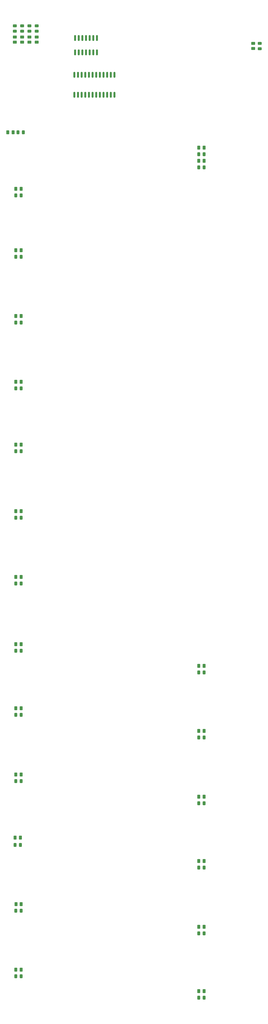
<source format=gbr>
%TF.GenerationSoftware,KiCad,Pcbnew,(6.0.0-0)*%
%TF.CreationDate,2022-10-19T22:30:35-04:00*%
%TF.ProjectId,cpu-input-output-control,6370752d-696e-4707-9574-2d6f75747075,rev?*%
%TF.SameCoordinates,Original*%
%TF.FileFunction,Paste,Top*%
%TF.FilePolarity,Positive*%
%FSLAX46Y46*%
G04 Gerber Fmt 4.6, Leading zero omitted, Abs format (unit mm)*
G04 Created by KiCad (PCBNEW (6.0.0-0)) date 2022-10-19 22:30:35*
%MOMM*%
%LPD*%
G01*
G04 APERTURE LIST*
G04 Aperture macros list*
%AMRoundRect*
0 Rectangle with rounded corners*
0 $1 Rounding radius*
0 $2 $3 $4 $5 $6 $7 $8 $9 X,Y pos of 4 corners*
0 Add a 4 corners polygon primitive as box body*
4,1,4,$2,$3,$4,$5,$6,$7,$8,$9,$2,$3,0*
0 Add four circle primitives for the rounded corners*
1,1,$1+$1,$2,$3*
1,1,$1+$1,$4,$5*
1,1,$1+$1,$6,$7*
1,1,$1+$1,$8,$9*
0 Add four rect primitives between the rounded corners*
20,1,$1+$1,$2,$3,$4,$5,0*
20,1,$1+$1,$4,$5,$6,$7,0*
20,1,$1+$1,$6,$7,$8,$9,0*
20,1,$1+$1,$8,$9,$2,$3,0*%
G04 Aperture macros list end*
%ADD10RoundRect,0.150000X0.150000X-0.825000X0.150000X0.825000X-0.150000X0.825000X-0.150000X-0.825000X0*%
%ADD11RoundRect,0.243750X-0.243750X-0.456250X0.243750X-0.456250X0.243750X0.456250X-0.243750X0.456250X0*%
%ADD12RoundRect,0.250000X-0.262500X-0.450000X0.262500X-0.450000X0.262500X0.450000X-0.262500X0.450000X0*%
%ADD13RoundRect,0.250000X0.262500X0.450000X-0.262500X0.450000X-0.262500X-0.450000X0.262500X-0.450000X0*%
%ADD14RoundRect,0.243750X0.456250X-0.243750X0.456250X0.243750X-0.456250X0.243750X-0.456250X-0.243750X0*%
%ADD15RoundRect,0.250000X-0.450000X0.262500X-0.450000X-0.262500X0.450000X-0.262500X0.450000X0.262500X0*%
%ADD16RoundRect,0.250000X0.450000X-0.262500X0.450000X0.262500X-0.450000X0.262500X-0.450000X-0.262500X0*%
%ADD17RoundRect,0.150000X0.150000X-0.837500X0.150000X0.837500X-0.150000X0.837500X-0.150000X-0.837500X0*%
G04 APERTURE END LIST*
D10*
%TO.C,U1*%
X80772000Y-64581000D03*
X82042000Y-64581000D03*
X83312000Y-64581000D03*
X84582000Y-64581000D03*
X85852000Y-64581000D03*
X87122000Y-64581000D03*
X88392000Y-64581000D03*
X88392000Y-69531000D03*
X87122000Y-69531000D03*
X85852000Y-69531000D03*
X84582000Y-69531000D03*
X83312000Y-69531000D03*
X82042000Y-69531000D03*
X80772000Y-69531000D03*
%TD*%
D11*
%TO.C,D7*%
X123890394Y-375691477D03*
X125765394Y-375691477D03*
%TD*%
D12*
%TO.C,R5*%
X123915394Y-328193477D03*
X125740394Y-328193477D03*
%TD*%
D13*
%TO.C,R14*%
X62001394Y-365531477D03*
X60176394Y-365531477D03*
%TD*%
%TO.C,R19*%
X61966394Y-275190977D03*
X60141394Y-275190977D03*
%TD*%
D14*
%TO.C,D12*%
X67423894Y-62176977D03*
X67423894Y-60301977D03*
%TD*%
%TO.C,D9*%
X59803894Y-62176977D03*
X59803894Y-60301977D03*
%TD*%
D11*
%TO.C,D1*%
X123890394Y-285013477D03*
X125765394Y-285013477D03*
%TD*%
%TO.C,D3*%
X123890394Y-104927477D03*
X125765394Y-104927477D03*
%TD*%
%TO.C,D19*%
X60101394Y-277476977D03*
X61976394Y-277476977D03*
%TD*%
D14*
%TO.C,D10*%
X62343894Y-62176977D03*
X62343894Y-60301977D03*
%TD*%
D12*
%TO.C,R4*%
X123915394Y-305333477D03*
X125740394Y-305333477D03*
%TD*%
D11*
%TO.C,D20*%
X60096394Y-254160977D03*
X61971394Y-254160977D03*
%TD*%
%TO.C,D22*%
X60121394Y-208186977D03*
X61996394Y-208186977D03*
%TD*%
D13*
%TO.C,R15*%
X61732394Y-342417477D03*
X59907394Y-342417477D03*
%TD*%
%TO.C,R26*%
X61986394Y-117000977D03*
X60161394Y-117000977D03*
%TD*%
D11*
%TO.C,D8*%
X123890394Y-398043477D03*
X125765394Y-398043477D03*
%TD*%
%TO.C,D6*%
X123890394Y-352831477D03*
X125765394Y-352831477D03*
%TD*%
D13*
%TO.C,R18*%
X59192394Y-97307477D03*
X57367394Y-97307477D03*
%TD*%
D15*
%TO.C,R11*%
X64883894Y-64215477D03*
X64883894Y-66040477D03*
%TD*%
D11*
%TO.C,D26*%
X60121394Y-119286977D03*
X61996394Y-119286977D03*
%TD*%
D12*
%TO.C,R8*%
X123915394Y-395757477D03*
X125740394Y-395757477D03*
%TD*%
D11*
%TO.C,D25*%
X60096394Y-140622977D03*
X61971394Y-140622977D03*
%TD*%
%TO.C,D18*%
X60898394Y-97307477D03*
X62773394Y-97307477D03*
%TD*%
%TO.C,D24*%
X60111394Y-163497977D03*
X61986394Y-163497977D03*
%TD*%
D16*
%TO.C,R27*%
X142861894Y-68247977D03*
X142861894Y-66422977D03*
%TD*%
D11*
%TO.C,D21*%
X60121394Y-231248977D03*
X61996394Y-231248977D03*
%TD*%
%TO.C,D16*%
X60121394Y-322765977D03*
X61996394Y-322765977D03*
%TD*%
D13*
%TO.C,R25*%
X61961394Y-138336977D03*
X60136394Y-138336977D03*
%TD*%
D15*
%TO.C,R9*%
X59803894Y-64215477D03*
X59803894Y-66040477D03*
%TD*%
D13*
%TO.C,R3*%
X125740394Y-102641477D03*
X123915394Y-102641477D03*
%TD*%
D11*
%TO.C,D23*%
X60096394Y-186342977D03*
X61971394Y-186342977D03*
%TD*%
D17*
%TO.C,U2*%
X80504894Y-84259977D03*
X81774894Y-84259977D03*
X83044894Y-84259977D03*
X84314894Y-84259977D03*
X85584894Y-84259977D03*
X86854894Y-84259977D03*
X88124894Y-84259977D03*
X89394894Y-84259977D03*
X90664894Y-84259977D03*
X91934894Y-84259977D03*
X93204894Y-84259977D03*
X94474894Y-84259977D03*
X94474894Y-77334977D03*
X93204894Y-77334977D03*
X91934894Y-77334977D03*
X90664894Y-77334977D03*
X89394894Y-77334977D03*
X88124894Y-77334977D03*
X86854894Y-77334977D03*
X85584894Y-77334977D03*
X84314894Y-77334977D03*
X83044894Y-77334977D03*
X81774894Y-77334977D03*
X80504894Y-77334977D03*
%TD*%
D11*
%TO.C,D13*%
X60121394Y-390583977D03*
X61996394Y-390583977D03*
%TD*%
D14*
%TO.C,D27*%
X145147894Y-68272977D03*
X145147894Y-66397977D03*
%TD*%
D11*
%TO.C,D17*%
X60121394Y-299745477D03*
X61996394Y-299745477D03*
%TD*%
%TO.C,D14*%
X60136394Y-367817477D03*
X62011394Y-367817477D03*
%TD*%
D13*
%TO.C,R24*%
X61976394Y-161211977D03*
X60151394Y-161211977D03*
%TD*%
D15*
%TO.C,R10*%
X62343894Y-64215477D03*
X62343894Y-66040477D03*
%TD*%
D13*
%TO.C,R2*%
X125740394Y-107213477D03*
X123915394Y-107213477D03*
%TD*%
D15*
%TO.C,R12*%
X67423894Y-64215477D03*
X67423894Y-66040477D03*
%TD*%
D13*
%TO.C,R22*%
X61986394Y-205900977D03*
X60161394Y-205900977D03*
%TD*%
D12*
%TO.C,R7*%
X123915394Y-373405477D03*
X125740394Y-373405477D03*
%TD*%
D11*
%TO.C,D15*%
X59867394Y-344957477D03*
X61742394Y-344957477D03*
%TD*%
D14*
%TO.C,D11*%
X64883894Y-62176977D03*
X64883894Y-60301977D03*
%TD*%
D11*
%TO.C,D5*%
X123890394Y-330479477D03*
X125765394Y-330479477D03*
%TD*%
D13*
%TO.C,R20*%
X61961394Y-251874977D03*
X60136394Y-251874977D03*
%TD*%
D12*
%TO.C,R1*%
X123915394Y-282727477D03*
X125740394Y-282727477D03*
%TD*%
%TO.C,R6*%
X123915394Y-350545477D03*
X125740394Y-350545477D03*
%TD*%
D13*
%TO.C,R21*%
X61986394Y-228962977D03*
X60161394Y-228962977D03*
%TD*%
%TO.C,R13*%
X61986394Y-388297977D03*
X60161394Y-388297977D03*
%TD*%
%TO.C,R17*%
X61986394Y-297459477D03*
X60161394Y-297459477D03*
%TD*%
D11*
%TO.C,D4*%
X123890394Y-307619477D03*
X125765394Y-307619477D03*
%TD*%
%TO.C,D2*%
X123890394Y-109499477D03*
X125765394Y-109499477D03*
%TD*%
D13*
%TO.C,R23*%
X61961394Y-184056977D03*
X60136394Y-184056977D03*
%TD*%
%TO.C,R16*%
X61986394Y-320479977D03*
X60161394Y-320479977D03*
%TD*%
M02*

</source>
